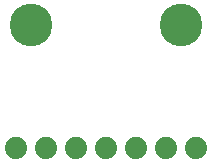
<source format=gbr>
G04 EAGLE Gerber RS-274X export*
G75*
%MOMM*%
%FSLAX34Y34*%
%LPD*%
%INSoldermask Bottom*%
%IPPOS*%
%AMOC8*
5,1,8,0,0,1.08239X$1,22.5*%
G01*
%ADD10C,3.617600*%
%ADD11C,1.879600*%


D10*
X25400Y127000D03*
X152400Y127000D03*
D11*
X165100Y22860D03*
X139700Y22860D03*
X114300Y22860D03*
X88900Y22860D03*
X63500Y22860D03*
X38100Y22860D03*
X12700Y22860D03*
M02*

</source>
